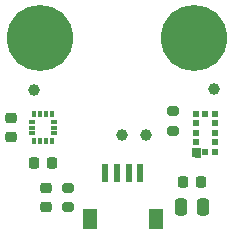
<source format=gts>
G04 #@! TF.GenerationSoftware,KiCad,Pcbnew,(6.0.11-0)*
G04 #@! TF.CreationDate,2025-05-12T21:50:11-06:00*
G04 #@! TF.ProjectId,LightSensorPCB,4c696768-7453-4656-9e73-6f725043422e,rev?*
G04 #@! TF.SameCoordinates,Original*
G04 #@! TF.FileFunction,Soldermask,Top*
G04 #@! TF.FilePolarity,Negative*
%FSLAX46Y46*%
G04 Gerber Fmt 4.6, Leading zero omitted, Abs format (unit mm)*
G04 Created by KiCad (PCBNEW (6.0.11-0)) date 2025-05-12 21:50:11*
%MOMM*%
%LPD*%
G01*
G04 APERTURE LIST*
G04 Aperture macros list*
%AMRoundRect*
0 Rectangle with rounded corners*
0 $1 Rounding radius*
0 $2 $3 $4 $5 $6 $7 $8 $9 X,Y pos of 4 corners*
0 Add a 4 corners polygon primitive as box body*
4,1,4,$2,$3,$4,$5,$6,$7,$8,$9,$2,$3,0*
0 Add four circle primitives for the rounded corners*
1,1,$1+$1,$2,$3*
1,1,$1+$1,$4,$5*
1,1,$1+$1,$6,$7*
1,1,$1+$1,$8,$9*
0 Add four rect primitives between the rounded corners*
20,1,$1+$1,$2,$3,$4,$5,0*
20,1,$1+$1,$4,$5,$6,$7,0*
20,1,$1+$1,$6,$7,$8,$9,0*
20,1,$1+$1,$8,$9,$2,$3,0*%
G04 Aperture macros list end*
%ADD10C,0.010000*%
%ADD11RoundRect,0.250000X-0.250000X-0.475000X0.250000X-0.475000X0.250000X0.475000X-0.250000X0.475000X0*%
%ADD12RoundRect,0.225000X-0.225000X-0.250000X0.225000X-0.250000X0.225000X0.250000X-0.225000X0.250000X0*%
%ADD13R,0.350000X0.600000*%
%ADD14R,0.600000X0.350000*%
%ADD15C,1.000000*%
%ADD16C,5.600000*%
%ADD17R,0.609600X1.549400*%
%ADD18R,1.193800X1.803400*%
%ADD19RoundRect,0.225000X0.225000X0.250000X-0.225000X0.250000X-0.225000X-0.250000X0.225000X-0.250000X0*%
%ADD20R,0.500000X0.500000*%
%ADD21RoundRect,0.218750X-0.256250X0.218750X-0.256250X-0.218750X0.256250X-0.218750X0.256250X0.218750X0*%
%ADD22RoundRect,0.200000X-0.275000X0.200000X-0.275000X-0.200000X0.275000X-0.200000X0.275000X0.200000X0*%
%ADD23RoundRect,0.200000X0.275000X-0.200000X0.275000X0.200000X-0.275000X0.200000X-0.275000X-0.200000X0*%
%ADD24RoundRect,0.225000X0.250000X-0.225000X0.250000X0.225000X-0.250000X0.225000X-0.250000X-0.225000X0*%
G04 APERTURE END LIST*
G36*
X117050000Y-113530000D02*
G01*
X116600000Y-113530000D01*
X116600000Y-113450000D01*
X116350000Y-113450000D01*
X116350000Y-112750000D01*
X117050000Y-112750000D01*
X117050000Y-113530000D01*
G37*
D10*
X117050000Y-113530000D02*
X116600000Y-113530000D01*
X116600000Y-113450000D01*
X116350000Y-113450000D01*
X116350000Y-112750000D01*
X117050000Y-112750000D01*
X117050000Y-113530000D01*
D11*
X115400000Y-117750000D03*
X117300000Y-117750000D03*
D12*
X115575000Y-115650000D03*
X117125000Y-115650000D03*
D13*
X104500000Y-109890000D03*
X104000000Y-109890000D03*
X103500000Y-109890000D03*
X103000000Y-109890000D03*
D14*
X102840000Y-110550000D03*
X102840000Y-111050000D03*
X102840000Y-111550000D03*
D13*
X103000000Y-112210000D03*
X103500000Y-112210000D03*
X104000000Y-112210000D03*
X104500000Y-112210000D03*
D14*
X104660000Y-111550000D03*
X104660000Y-111050000D03*
X104660000Y-110550000D03*
D15*
X110400000Y-111700000D03*
D16*
X103500000Y-103500000D03*
D15*
X112500000Y-111700000D03*
X118250000Y-107750000D03*
D17*
X109000000Y-114898500D03*
X110000001Y-114898500D03*
X110999999Y-114898500D03*
X112000000Y-114898500D03*
D18*
X107700001Y-118773501D03*
X113299999Y-118773501D03*
D16*
X116500000Y-103500000D03*
D19*
X104525000Y-114050000D03*
X102975000Y-114050000D03*
D20*
X116700000Y-112300000D03*
X116700000Y-111500000D03*
X116700000Y-110700000D03*
X116700000Y-109900000D03*
X117500000Y-109900000D03*
X118300000Y-109900000D03*
X118300000Y-110700000D03*
X118300000Y-111500000D03*
X118300000Y-112300000D03*
X118300000Y-113100000D03*
X117500000Y-113100000D03*
D21*
X104000000Y-116212500D03*
X104000000Y-117787500D03*
D22*
X114750000Y-109675000D03*
X114750000Y-111325000D03*
D15*
X102950000Y-107850000D03*
D23*
X105900000Y-117800000D03*
X105900000Y-116150000D03*
D24*
X101050000Y-111825000D03*
X101050000Y-110275000D03*
M02*

</source>
